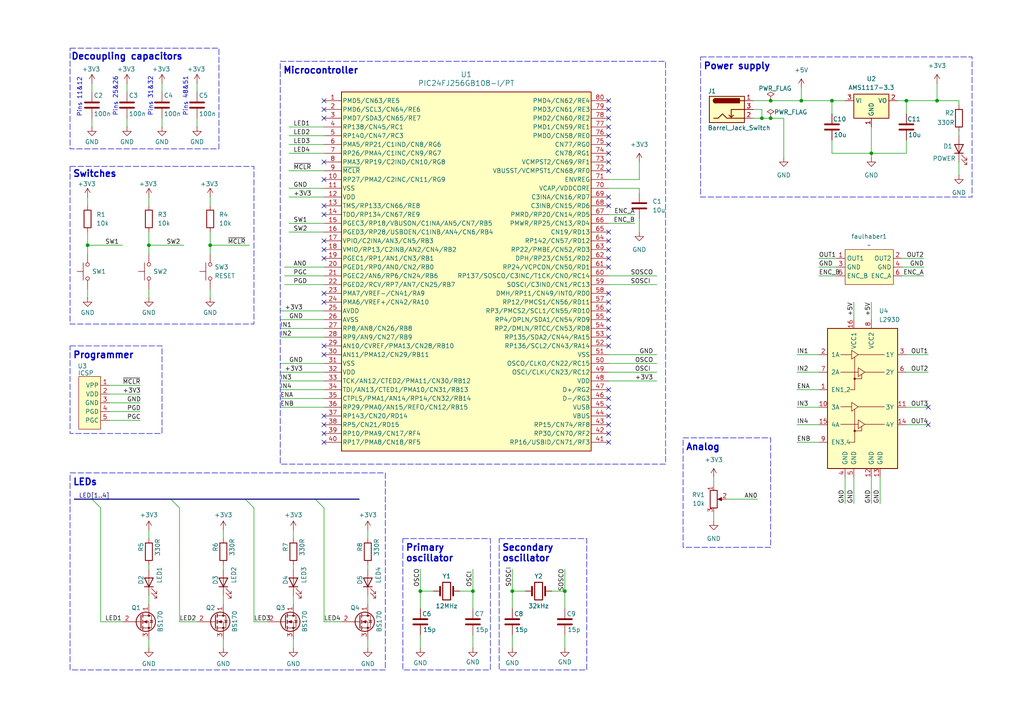
<source format=kicad_sch>
(kicad_sch (version 20231120) (generator "eeschema") (generator_version "8.0")
  (paper "A4")
  (lib_symbols
    (symbol "Connector:Barrel_Jack_Switch" (pin_names hide)
      (property "Reference" "J" (at 0 5.334 0))
      (property "Value" "Barrel_Jack_Switch" (at 0 -5.08 0))
      (symbol "Barrel_Jack_Switch_1_1"
        (pin passive line (at 7.62 2.54 180) (length 2.54) (name "~") (number "1"))
        (pin passive line (at 7.62 -2.54 180) (length 2.54) (name "~") (number "2"))
        (pin passive line (at 7.62 0 180) (length 2.54) (name "~") (number "3"))
      )
    )
    (symbol "Device:C" (pin_numbers hide) (pin_names (offset 0.254))
      (property "Reference" "C" (at 0.635 2.54 0))
      (property "Value" "C" (at 0.635 -2.54 0))
      (symbol "C_1_1"
        (pin passive line (at 0 3.81 270) (length 2.794) (name "~") (number "1"))
        (pin passive line (at 0 -3.81 90) (length 2.794) (name "~") (number "2"))
      )
    )
    (symbol "Device:Crystal" (pin_numbers hide) (pin_names (offset 1.016) hide)
      (property "Reference" "Y" (at 0 3.81 0))
      (property "Value" "Crystal" (at 0 -3.81 0))
      (symbol "Crystal_1_1"
        (pin passive line (at -3.81 0 0) (length 1.27) (name "1") (number "1"))
        (pin passive line (at 3.81 0 180) (length 1.27) (name "2") (number "2"))
      )
    )
    (symbol "Device:LED" (pin_numbers hide) (pin_names (offset 1.016) hide)
      (property "Reference" "D" (at 0 2.54 0))
      (property "Value" "LED" (at 0 -2.54 0))
      (symbol "LED_1_1"
        (pin passive line (at -3.81 0 0) (length 2.54) (name "K") (number "1"))
        (pin passive line (at 3.81 0 180) (length 2.54) (name "A") (number "2"))
      )
    )
    (symbol "Device:R" (pin_numbers hide) (pin_names (offset 0))
      (property "Reference" "R" (at 2.032 0 90))
      (property "Value" "R" (at 0 0 90))
      (symbol "R_1_1"
        (pin passive line (at 0 3.81 270) (length 1.27) (name "~") (number "1"))
        (pin passive line (at 0 -3.81 90) (length 1.27) (name "~") (number "2"))
      )
    )
    (symbol "Device:R_Potentiometer" (pin_names (offset 1.016) hide)
      (property "Reference" "RV" (at -4.445 0 90))
      (property "Value" "R_Potentiometer" (at -2.54 0 90))
      (symbol "R_Potentiometer_1_1"
        (pin passive line (at 0 3.81 270) (length 1.27) (name "1") (number "1"))
        (pin passive line (at 3.81 0 180) (length 1.27) (name "2") (number "2"))
        (pin passive line (at 0 -3.81 90) (length 1.27) (name "3") (number "3"))
      )
    )
    (symbol "Driver_Motor:L293D" (pin_names (offset 1.016))
      (property "Reference" "U" (at -5.08 26.035 0))
      (property "Value" "L293D" (at -5.08 24.13 0))
      (symbol "L293D_1_1"
        (pin input line (at -12.7 5.08 0) (length 2.54) (name "EN1,2") (number "1"))
        (pin input line (at -12.7 0 0) (length 2.54) (name "3A") (number "10"))
        (pin output line (at 12.7 0 180) (length 2.54) (name "3Y") (number "11"))
        (pin power_in line (at 2.54 -20.32 90) (length 2.54) (name "GND") (number "12"))
        (pin power_in line (at 5.08 -20.32 90) (length 2.54) (name "GND") (number "13"))
        (pin output line (at 12.7 -5.08 180) (length 2.54) (name "4Y") (number "14"))
        (pin input line (at -12.7 -5.08 0) (length 2.54) (name "4A") (number "15"))
        (pin power_in line (at -2.54 25.4 270) (length 2.54) (name "VCC1") (number "16"))
        (pin input line (at -12.7 15.24 0) (length 2.54) (name "1A") (number "2"))
        (pin output line (at 12.7 15.24 180) (length 2.54) (name "1Y") (number "3"))
        (pin power_in line (at -5.08 -20.32 90) (length 2.54) (name "GND") (number "4"))
        (pin power_in line (at -2.54 -20.32 90) (length 2.54) (name "GND") (number "5"))
        (pin output line (at 12.7 10.16 180) (length 2.54) (name "2Y") (number "6"))
        (pin input line (at -12.7 10.16 0) (length 2.54) (name "2A") (number "7"))
        (pin power_in line (at 2.54 25.4 270) (length 2.54) (name "VCC2") (number "8"))
        (pin input line (at -12.7 -10.16 0) (length 2.54) (name "EN3,4") (number "9"))
      )
    )
    (symbol "LAB:ICSP"
      (property "Reference" "U" (at -0.762 10.668 0))
      (property "Value" "ICSP" (at 0.762 8.636 0))
      (symbol "ICSP_1_1"
        (pin output line (at 7.62 5.08 180) (length 2.54) (name "VPP") (number "1"))
        (pin power_in line (at 7.62 2.54 180) (length 2.54) (name "VDD") (number "2"))
        (pin power_in line (at 7.62 0 180) (length 2.54) (name "GND") (number "3"))
        (pin bidirectional line (at 7.62 -2.54 180) (length 2.54) (name "PGD") (number "4"))
        (pin output line (at 7.62 -5.08 180) (length 2.54) (name "PGC") (number "5"))
      )
    )
    (symbol "LAB:PIC24FJ256GB108-I_PT" (pin_names (offset 0.254))
      (property "Reference" "U" (at 34.29 3.81 0))
      (property "Value" "PIC24FJ256GB108-I/PT" (at 36.322 1.27 0))
      (symbol "PIC24FJ256GB108-I_PT_0_1"
        (pin bidirectional line (at -5.08 -2.54 0) (length 5.08) (name "PMD5/CN63/RE5") (number "1"))
        (pin bidirectional line (at -5.08 -25.4 0) (length 5.08) (name "RP27/PMA2/C2INC/CN11/RG9") (number "10"))
        (pin power_in line (at -5.08 -27.94 0) (length 5.08) (name "VSS") (number "11"))
        (pin power_in line (at -5.08 -30.48 0) (length 5.08) (name "VDD") (number "12"))
        (pin bidirectional line (at -5.08 -33.02 0) (length 5.08) (name "TMS/RP133/CN66/RE8") (number "13"))
        (pin bidirectional line (at -5.08 -35.56 0) (length 5.08) (name "TDO/RP134/CN67/RE9") (number "14"))
        (pin bidirectional line (at -5.08 -38.1 0) (length 5.08) (name "PGEC3/RP18/VBUSON/C1INA/AN5/CN7/RB5") (number "15"))
        (pin bidirectional line (at -5.08 -40.64 0) (length 5.08) (name "PGED3/RP28/USBOEN/C1INB/AN4/CN6/RB4") (number "16"))
        (pin bidirectional line (at -5.08 -43.18 0) (length 5.08) (name "VPIO/C2INA/AN3/CN5/RB3") (number "17"))
        (pin bidirectional line (at -5.08 -45.72 0) (length 5.08) (name "VMIO/RP13/C2INB/AN2/CN4/RB2") (number "18"))
        (pin bidirectional line (at -5.08 -48.26 0) (length 5.08) (name "PGEC1/RP1/AN1/CN3/RB1") (number "19"))
        (pin bidirectional line (at -5.08 -5.08 0) (length 5.08) (name "PMD6/SCL3/CN64/RE6") (number "2"))
        (pin bidirectional line (at -5.08 -50.8 0) (length 5.08) (name "PGED1/RP0/AN0/CN2/RB0") (number "20"))
        (pin bidirectional line (at -5.08 -53.34 0) (length 5.08) (name "PGEC2/AN6/RP6/CN24/RB6") (number "21"))
        (pin bidirectional line (at -5.08 -58.42 0) (length 5.08) (name "PMA7/VREF-/CN41/RA9") (number "23"))
        (pin bidirectional line (at -5.08 -60.96 0) (length 5.08) (name "PMA6/VREF+/CN42/RA10") (number "24"))
        (pin power_in line (at -5.08 -63.5 0) (length 5.08) (name "AVDD") (number "25"))
        (pin power_in line (at -5.08 -66.04 0) (length 5.08) (name "AVSS") (number "26"))
        (pin bidirectional line (at -5.08 -68.58 0) (length 5.08) (name "RP8/AN8/CN26/RB8") (number "27"))
        (pin bidirectional line (at -5.08 -71.12 0) (length 5.08) (name "RP9/AN9/CN27/RB9") (number "28"))
        (pin bidirectional line (at -5.08 -73.66 0) (length 5.08) (name "AN10/CVREF/PMA13/CN28/RB10") (number "29"))
        (pin bidirectional line (at -5.08 -7.62 0) (length 5.08) (name "PMD7/SDA3/CN65/RE7") (number "3"))
        (pin bidirectional line (at -5.08 -76.2 0) (length 5.08) (name "AN11/PMA12/CN29/RB11") (number "30"))
        (pin power_in line (at -5.08 -78.74 0) (length 5.08) (name "VSS") (number "31"))
        (pin power_in line (at -5.08 -81.28 0) (length 5.08) (name "VDD") (number "32"))
        (pin bidirectional line (at -5.08 -83.82 0) (length 5.08) (name "TCK/AN12/CTED2/PMA11/CN30/RB12") (number "33"))
        (pin bidirectional line (at -5.08 -86.36 0) (length 5.08) (name "TDI/AN13/CTED1/PMA10/CN31/RB13") (number "34"))
        (pin bidirectional line (at -5.08 -88.9 0) (length 5.08) (name "CTPLS/PMA1/AN14/RP14/CN32/RB14") (number "35"))
        (pin bidirectional line (at -5.08 -91.44 0) (length 5.08) (name "RP29/PMA0/AN15/REFO/CN12/RB15") (number "36"))
        (pin bidirectional line (at -5.08 -93.98 0) (length 5.08) (name "RP143/CN20/RD14") (number "37"))
        (pin bidirectional line (at -5.08 -96.52 0) (length 5.08) (name "RP5/CN21/RD15") (number "38"))
        (pin bidirectional line (at -5.08 -99.06 0) (length 5.08) (name "RP10/PMA9/CN17/RF4") (number "39"))
        (pin bidirectional line (at -5.08 -10.16 0) (length 5.08) (name "RP138/CN45/RC1") (number "4"))
        (pin bidirectional line (at -5.08 -101.6 0) (length 5.08) (name "RP17/PMA8/CN18/RF5") (number "40"))
        (pin bidirectional line (at 77.47 -101.6 180) (length 5.08) (name "RP16/USBID/CN71/RF3") (number "41"))
        (pin bidirectional line (at 77.47 -99.06 180) (length 5.08) (name "RP30/CN70/RF2") (number "42"))
        (pin bidirectional line (at 77.47 -96.52 180) (length 5.08) (name "RP15/CN74/RF8") (number "43"))
        (pin bidirectional line (at 77.47 -88.9 180) (length 5.08) (name "D-/RG3") (number "46"))
        (pin bidirectional line (at 77.47 -86.36 180) (length 5.08) (name "D+/RG2") (number "47"))
        (pin power_in line (at 77.47 -83.82 180) (length 5.08) (name "VDD") (number "48"))
        (pin bidirectional line (at 77.47 -81.28 180) (length 5.08) (name "OSCI/CLKI/CN23/RC12") (number "49"))
        (pin bidirectional line (at -5.08 -12.7 0) (length 5.08) (name "RP140/CN47/RC3") (number "5"))
        (pin bidirectional line (at 77.47 -78.74 180) (length 5.08) (name "OSCO/CLKO/CN22/RC15") (number "50"))
        (pin power_in line (at 77.47 -76.2 180) (length 5.08) (name "VSS") (number "51"))
        (pin bidirectional line (at 77.47 -73.66 180) (length 5.08) (name "RP136/SCL2/CN43/RA14") (number "52"))
        (pin bidirectional line (at 77.47 -71.12 180) (length 5.08) (name "RP135/SDA2/CN44/RA15") (number "53"))
        (pin bidirectional line (at 77.47 -68.58 180) (length 5.08) (name "RP2/DMLN/RTCC/CN53/RD8") (number "54"))
        (pin bidirectional line (at 77.47 -66.04 180) (length 5.08) (name "RP4/DPLN/SDA1/CN54/RD9") (number "55"))
        (pin bidirectional line (at 77.47 -63.5 180) (length 5.08) (name "RP3/PMCS2/SCL1/CN55/RD10") (number "56"))
        (pin bidirectional line (at 77.47 -60.96 180) (length 5.08) (name "RP12/PMCS1/CN56/RD11") (number "57"))
        (pin bidirectional line (at 77.47 -58.42 180) (length 5.08) (name "DMH/RP11/CN49/INT0/RD0") (number "58"))
        (pin bidirectional line (at 77.47 -55.88 180) (length 5.08) (name "SOSCI/C3IND/CN1/RC13") (number "59"))
        (pin bidirectional line (at -5.08 -15.24 0) (length 5.08) (name "PMA5/RP21/C1IND/CN8/RG6") (number "6"))
        (pin bidirectional line (at 77.47 -53.34 180) (length 5.08) (name "RP137/SOSCO/C3INC/T1CK/CN0/RC14") (number "60"))
        (pin bidirectional line (at 77.47 -50.8 180) (length 5.08) (name "RP24/VCPCON/CN50/RD1") (number "61"))
        (pin bidirectional line (at 77.47 -48.26 180) (length 5.08) (name "DPH/RP23/CN51/RD2") (number "62"))
        (pin bidirectional line (at 77.47 -45.72 180) (length 5.08) (name "RP22/PMBE/CN52/RD3") (number "63"))
        (pin bidirectional line (at 77.47 -43.18 180) (length 5.08) (name "RP142/CN57/RD12") (number "64"))
        (pin bidirectional line (at 77.47 -40.64 180) (length 5.08) (name "CN19/RD13") (number "65"))
        (pin bidirectional line (at 77.47 -38.1 180) (length 5.08) (name "PMWR/RP25/CN13/RD4") (number "66"))
        (pin bidirectional line (at 77.47 -35.56 180) (length 5.08) (name "PMRD/RP20/CN14/RD5") (number "67"))
        (pin bidirectional line (at 77.47 -33.02 180) (length 5.08) (name "C3INB/CN15/RD6") (number "68"))
        (pin bidirectional line (at 77.47 -30.48 180) (length 5.08) (name "C3INA/CN16/RD7") (number "69"))
        (pin bidirectional line (at -5.08 -17.78 0) (length 5.08) (name "RP26/PMA4/C1INC/CN9/RG7") (number "7"))
        (pin input line (at 77.47 -25.4 180) (length 5.08) (name "ENVREG") (number "71"))
        (pin bidirectional line (at 77.47 -22.86 180) (length 5.08) (name "VBUSST/VCMPST1/CN68/RF0") (number "72"))
        (pin bidirectional line (at 77.47 -20.32 180) (length 5.08) (name "VCMPST2/CN69/RF1") (number "73"))
        (pin bidirectional line (at 77.47 -17.78 180) (length 5.08) (name "CN78/RG1") (number "74"))
        (pin bidirectional line (at 77.47 -15.24 180) (length 5.08) (name "CN77/RG0") (number "75"))
        (pin bidirectional line (at 77.47 -12.7 180) (length 5.08) (name "PMD0/CN58/RE0") (number "76"))
        (pin bidirectional line (at 77.47 -10.16 180) (length 5.08) (name "PMD1/CN59/RE1") (number "77"))
        (pin bidirectional line (at 77.47 -7.62 180) (length 5.08) (name "PMD2/CN60/RE2") (number "78"))
        (pin bidirectional line (at 77.47 -5.08 180) (length 5.08) (name "PMD3/CN61/RE3") (number "79"))
        (pin bidirectional line (at -5.08 -20.32 0) (length 5.08) (name "PMA3/RP19/C2IND/CN10/RG8") (number "8"))
      )
      (symbol "PIC24FJ256GB108-I_PT_1_1"
        (pin bidirectional line (at -5.08 -55.88 0) (length 5.08) (name "PGED2/RCV/RP7/AN7/CN25/RB7") (number "22"))
        (pin passive line (at 77.47 -93.98 180) (length 5.08) (name "VBUS") (number "44"))
        (pin passive line (at 77.47 -91.44 180) (length 5.08) (name "VUSB") (number "45"))
        (pin passive line (at 77.47 -27.94 180) (length 5.08) (name "VCAP/VDDCORE") (number "70"))
        (pin bidirectional line (at 77.47 -2.54 180) (length 5.08) (name "PMD4/CN62/RE4") (number "80"))
        (pin input line (at -5.08 -22.86 0) (length 5.08) (name "~{MCLR}") (number "9"))
      )
    )
    (symbol "Regulator_Linear:AMS1117-3.3"
      (property "Reference" "U" (at -3.81 3.175 0))
      (property "Value" "AMS1117-3.3" (at 0 3.175 0))
      (symbol "AMS1117-3.3_1_1"
        (pin power_in line (at 0 -7.62 90) (length 2.54) (name "GND") (number "1"))
        (pin power_out line (at 7.62 0 180) (length 2.54) (name "VO") (number "2"))
        (pin power_in line (at -7.62 0 0) (length 2.54) (name "VI") (number "3"))
      )
    )
    (symbol "Switch:SW_Push" (pin_numbers hide) (pin_names (offset 1.016) hide)
      (property "Reference" "SW" (at 1.27 2.54 0))
      (property "Value" "SW_Push" (at 0 -1.524 0))
      (symbol "SW_Push_0_1"
        (pin passive line (at -5.08 0 0) (length 2.54) (name "1") (number "1"))
        (pin passive line (at 5.08 0 180) (length 2.54) (name "2") (number "2"))
      )
    )
    (symbol "Transistor_FET:BS170" (pin_names hide)
      (property "Reference" "Q" (at 5.08 1.905 0))
      (property "Value" "BS170" (at 5.08 0 0))
      (symbol "BS170_1_1"
        (pin passive line (at 2.54 5.08 270) (length 2.54) (name "D") (number "1"))
        (pin input line (at -5.08 0 0) (length 2.54) (name "G") (number "2"))
        (pin passive line (at 2.54 -5.08 90) (length 2.54) (name "S") (number "3"))
      )
    )
    (symbol "power:+3V3" (power) (pin_numbers hide) (pin_names (offset 0) hide)
      (property "Value" "+3V3" (at 0 3.556 0))
      (symbol "+3V3_1_1"
        (pin power_in line (at 0 0 90) (length 0) (name "~") (number "1"))
      )
    )
    (symbol "power:+5V" (power) (pin_numbers hide) (pin_names (offset 0) hide)
      (property "Value" "+5V" (at 0 3.556 0))
      (symbol "+5V_1_1"
        (pin power_in line (at 0 0 90) (length 0) (name "~") (number "1"))
      )
    )
    (symbol "power:GND" (power) (pin_numbers hide) (pin_names (offset 0) hide)
      (property "Value" "GND" (at 0 -3.81 0))
      (symbol "GND_1_1"
        (pin power_in line (at 0 0 270) (length 0) (name "~") (number "1"))
      )
    )
    (symbol "power:PWR_FLAG" (power) (pin_numbers hide) (pin_names (offset 0) hide)
      (property "Value" "PWR_FLAG" (at 0 3.81 0))
      (symbol "PWR_FLAG_0_0"
        (pin power_out line (at 0 0 90) (length 0) (name "~") (number "1"))
      )
    )
    (symbol "uccc:FaulHaber"
      (property "Reference" "faulhaber" (at 0 -2.54 0))
      (symbol "FaulHaber_1_1"
        (pin input line (at -10.16 6.35 0) (length 2.54) (name "OUT1") (number "1"))
        (pin input line (at 8.89 6.35 180) (length 2.54) (name "OUT2") (number "2"))
        (pin input line (at -10.16 3.81 0) (length 2.54) (name "GND") (number "3"))
        (pin input line (at 8.89 3.81 180) (length 2.54) (name "GND") (number "4"))
        (pin input line (at -10.16 1.27 0) (length 2.54) (name "ENC_B") (number "5"))
        (pin input line (at 8.89 1.27 180) (length 2.54) (name "ENC_A") (number "6"))
      )
    )
  )
  (junction (at 148.59 171.45))
  (junction (at 262.89 29.21))
  (junction (at 43.18 71.12))
  (junction (at 25.4 71.12))
  (junction (at 137.16 171.45))
  (junction (at 241.3 29.21))
  (junction (at 163.83 171.45))
  (junction (at 121.92 171.45))
  (junction (at 232.41 29.21))
  (junction (at 252.73 44.45))
  (junction (at 271.78 29.21))
  (junction (at 60.96 71.12))
  (junction (at 223.52 29.21))
  (junction (at 223.52 34.29))
  (junction (at 220.98 34.29))
  (no_connect (at 176.53 39.37))
  (no_connect (at 176.53 90.17))
  (no_connect (at 176.53 100.33))
  (no_connect (at 176.53 41.91))
  (no_connect (at 176.53 128.27))
  (no_connect (at 176.53 67.31))
  (no_connect (at 176.53 59.69))
  (no_connect (at 176.53 46.99))
  (no_connect (at 176.53 34.29))
  (no_connect (at 176.53 97.79))
  (no_connect (at 176.53 44.45))
  (no_connect (at 93.98 87.63))
  (no_connect (at 176.53 95.25))
  (no_connect (at 176.53 57.15))
  (no_connect (at 269.24 123.19))
  (no_connect (at 176.53 85.09))
  (no_connect (at 93.98 72.39))
  (no_connect (at 93.98 52.07))
  (no_connect (at 176.53 123.19))
  (no_connect (at 93.98 62.23))
  (no_connect (at 93.98 85.09))
  (no_connect (at 93.98 59.69))
  (no_connect (at 176.53 87.63))
  (no_connect (at 176.53 120.65))
  (no_connect (at 176.53 74.93))
  (no_connect (at 93.98 100.33))
  (no_connect (at 176.53 31.75))
  (no_connect (at 269.24 118.11))
  (no_connect (at 176.53 125.73))
  (no_connect (at 176.53 69.85))
  (no_connect (at 93.98 102.87))
  (no_connect (at 93.98 46.99))
  (no_connect (at 93.98 69.85))
  (no_connect (at 176.53 72.39))
  (no_connect (at 176.53 49.53))
  (no_connect (at 176.53 29.21))
  (no_connect (at 93.98 128.27))
  (no_connect (at 93.98 29.21))
  (no_connect (at 93.98 74.93))
  (no_connect (at 93.98 123.19))
  (no_connect (at 176.53 36.83))
  (no_connect (at 176.53 113.03))
  (no_connect (at 176.53 92.71))
  (no_connect (at 176.53 77.47))
  (no_connect (at 93.98 34.29))
  (no_connect (at 93.98 120.65))
  (no_connect (at 176.53 118.11))
  (no_connect (at 93.98 125.73))
  (no_connect (at 176.53 115.57))
  (no_connect (at 93.98 31.75))
  (bus_entry (at 71.12 144.78) (size 2.54 2.54))
  (bus_entry (at 91.44 144.78) (size 2.54 2.54))
  (bus_entry (at 26.67 144.78) (size 2.54 2.54))
  (bus_entry (at 49.53 144.78) (size 2.54 2.54))
  (wire (pts (xy 261.62 77.47) (xy 267.97 77.47)))
  (wire (pts (xy 43.18 153.67) (xy 43.18 156.21)))
  (wire (pts (xy 232.41 29.21) (xy 241.3 29.21)))
  (wire (pts (xy 163.83 171.45) (xy 160.02 171.45)))
  (wire (pts (xy 81.28 110.49) (xy 93.98 110.49)))
  (wire (pts (xy 176.53 105.41) (xy 190.5 105.41)))
  (wire (pts (xy 218.44 31.75) (xy 220.98 31.75)))
  (wire (pts (xy 43.18 185.42) (xy 43.18 187.96)))
  (wire (pts (xy 262.89 40.64) (xy 262.89 44.45)))
  (wire (pts (xy 220.98 34.29) (xy 223.52 34.29)))
  (wire (pts (xy 231.14 107.95) (xy 237.49 107.95)))
  (wire (pts (xy 121.92 165.1) (xy 121.92 171.45)))
  (wire (pts (xy 148.59 184.15) (xy 148.59 187.96)))
  (wire (pts (xy 106.68 163.83) (xy 106.68 165.1)))
  (wire (pts (xy 231.14 118.11) (xy 237.49 118.11)))
  (wire (pts (xy 93.98 180.34) (xy 99.06 180.34)))
  (wire (pts (xy 64.77 172.72) (xy 64.77 175.26)))
  (wire (pts (xy 262.89 44.45) (xy 252.73 44.45)))
  (wire (pts (xy 26.67 24.13) (xy 26.67 26.67)))
  (wire (pts (xy 232.41 25.4) (xy 232.41 29.21)))
  (wire (pts (xy 176.53 107.95) (xy 190.5 107.95)))
  (wire (pts (xy 60.96 57.15) (xy 60.96 59.69)))
  (wire (pts (xy 43.18 172.72) (xy 43.18 175.26)))
  (wire (pts (xy 231.14 102.87) (xy 237.49 102.87)))
  (wire (pts (xy 83.82 64.77) (xy 93.98 64.77)))
  (wire (pts (xy 260.35 29.21) (xy 262.89 29.21)))
  (wire (pts (xy 137.16 184.15) (xy 137.16 187.96)))
  (wire (pts (xy 271.78 29.21) (xy 271.78 24.13)))
  (wire (pts (xy 43.18 71.12) (xy 53.34 71.12)))
  (wire (pts (xy 231.14 123.19) (xy 237.49 123.19)))
  (wire (pts (xy 93.98 147.32) (xy 93.98 180.34)))
  (wire (pts (xy 64.77 185.42) (xy 64.77 187.96)))
  (wire (pts (xy 81.28 113.03) (xy 93.98 113.03)))
  (wire (pts (xy 25.4 57.15) (xy 25.4 59.69)))
  (wire (pts (xy 83.82 49.53) (xy 93.98 49.53)))
  (wire (pts (xy 81.28 107.95) (xy 93.98 107.95)))
  (wire (pts (xy 64.77 153.67) (xy 64.77 156.21)))
  (wire (pts (xy 36.83 24.13) (xy 36.83 26.67)))
  (wire (pts (xy 247.65 87.63) (xy 247.65 92.71)))
  (wire (pts (xy 60.96 83.82) (xy 60.96 86.36)))
  (bus (pts (xy 26.67 144.78) (xy 49.53 144.78)))
  (wire (pts (xy 121.92 171.45) (xy 125.73 171.45)))
  (wire (pts (xy 185.42 54.61) (xy 185.42 55.88)))
  (wire (pts (xy 262.89 29.21) (xy 262.89 33.02)))
  (wire (pts (xy 148.59 165.1) (xy 148.59 171.45)))
  (wire (pts (xy 252.73 36.83) (xy 252.73 44.45)))
  (wire (pts (xy 43.18 163.83) (xy 43.18 165.1)))
  (wire (pts (xy 81.28 97.79) (xy 93.98 97.79)))
  (wire (pts (xy 176.53 82.55) (xy 190.5 82.55)))
  (wire (pts (xy 237.49 77.47) (xy 242.57 77.47)))
  (bus (pts (xy 21.59 144.78) (xy 26.67 144.78)))
  (wire (pts (xy 262.89 102.87) (xy 269.24 102.87)))
  (wire (pts (xy 25.4 71.12) (xy 35.56 71.12)))
  (wire (pts (xy 262.89 118.11) (xy 269.24 118.11)))
  (wire (pts (xy 25.4 67.31) (xy 25.4 71.12)))
  (wire (pts (xy 245.11 29.21) (xy 241.3 29.21)))
  (wire (pts (xy 83.82 41.91) (xy 93.98 41.91)))
  (wire (pts (xy 46.99 34.29) (xy 46.99 36.83)))
  (wire (pts (xy 81.28 115.57) (xy 93.98 115.57)))
  (wire (pts (xy 73.66 180.34) (xy 77.47 180.34)))
  (wire (pts (xy 43.18 83.82) (xy 43.18 86.36)))
  (wire (pts (xy 247.65 138.43) (xy 247.65 146.05)))
  (wire (pts (xy 223.52 29.21) (xy 232.41 29.21)))
  (wire (pts (xy 60.96 67.31) (xy 60.96 71.12)))
  (wire (pts (xy 81.28 92.71) (xy 93.98 92.71)))
  (wire (pts (xy 227.33 34.29) (xy 227.33 45.72)))
  (wire (pts (xy 60.96 71.12) (xy 72.39 71.12)))
  (wire (pts (xy 29.21 147.32) (xy 29.21 180.34)))
  (wire (pts (xy 25.4 71.12) (xy 25.4 73.66)))
  (wire (pts (xy 106.68 185.42) (xy 106.68 187.96)))
  (wire (pts (xy 83.82 44.45) (xy 93.98 44.45)))
  (bus (pts (xy 71.12 144.78) (xy 91.44 144.78)))
  (wire (pts (xy 207.01 148.59) (xy 207.01 151.13)))
  (wire (pts (xy 52.07 147.32) (xy 52.07 180.34)))
  (wire (pts (xy 83.82 36.83) (xy 93.98 36.83)))
  (wire (pts (xy 137.16 165.1) (xy 137.16 171.45)))
  (wire (pts (xy 106.68 172.72) (xy 106.68 175.26)))
  (wire (pts (xy 237.49 74.93) (xy 242.57 74.93)))
  (wire (pts (xy 220.98 31.75) (xy 220.98 34.29)))
  (wire (pts (xy 176.53 110.49) (xy 190.5 110.49)))
  (wire (pts (xy 85.09 153.67) (xy 85.09 156.21)))
  (wire (pts (xy 81.28 95.25) (xy 93.98 95.25)))
  (wire (pts (xy 121.92 184.15) (xy 121.92 187.96)))
  (wire (pts (xy 31.75 121.92) (xy 40.64 121.92)))
  (wire (pts (xy 278.13 29.21) (xy 278.13 30.48)))
  (wire (pts (xy 262.89 29.21) (xy 271.78 29.21)))
  (wire (pts (xy 210.82 144.78) (xy 219.71 144.78)))
  (wire (pts (xy 185.42 63.5) (xy 185.42 67.31)))
  (wire (pts (xy 261.62 80.01) (xy 267.97 80.01)))
  (wire (pts (xy 278.13 46.99) (xy 278.13 50.8)))
  (wire (pts (xy 85.09 185.42) (xy 85.09 187.96)))
  (wire (pts (xy 43.18 71.12) (xy 43.18 73.66)))
  (wire (pts (xy 64.77 163.83) (xy 64.77 165.1)))
  (wire (pts (xy 163.83 165.1) (xy 163.83 171.45)))
  (wire (pts (xy 218.44 29.21) (xy 223.52 29.21)))
  (wire (pts (xy 223.52 34.29) (xy 227.33 34.29)))
  (wire (pts (xy 271.78 29.21) (xy 278.13 29.21)))
  (wire (pts (xy 60.96 71.12) (xy 60.96 73.66)))
  (wire (pts (xy 176.53 80.01) (xy 190.5 80.01)))
  (wire (pts (xy 81.28 90.17) (xy 93.98 90.17)))
  (wire (pts (xy 26.67 34.29) (xy 26.67 36.83)))
  (wire (pts (xy 82.55 82.55) (xy 93.98 82.55)))
  (wire (pts (xy 262.89 123.19) (xy 269.24 123.19)))
  (wire (pts (xy 81.28 105.41) (xy 93.98 105.41)))
  (wire (pts (xy 185.42 46.99) (xy 185.42 52.07)))
  (wire (pts (xy 231.14 113.03) (xy 237.49 113.03)))
  (wire (pts (xy 29.21 180.34) (xy 35.56 180.34)))
  (wire (pts (xy 278.13 38.1) (xy 278.13 39.37)))
  (wire (pts (xy 25.4 83.82) (xy 25.4 86.36)))
  (wire (pts (xy 176.53 62.23) (xy 184.15 62.23)))
  (wire (pts (xy 137.16 176.53) (xy 137.16 171.45)))
  (wire (pts (xy 255.27 138.43) (xy 255.27 146.05)))
  (wire (pts (xy 83.82 67.31) (xy 93.98 67.31)))
  (wire (pts (xy 83.82 39.37) (xy 93.98 39.37)))
  (wire (pts (xy 262.89 107.95) (xy 269.24 107.95)))
  (wire (pts (xy 81.28 118.11) (xy 93.98 118.11)))
  (wire (pts (xy 148.59 171.45) (xy 152.4 171.45)))
  (wire (pts (xy 31.75 114.3) (xy 40.64 114.3)))
  (wire (pts (xy 121.92 176.53) (xy 121.92 171.45)))
  (wire (pts (xy 57.15 24.13) (xy 57.15 26.67)))
  (wire (pts (xy 73.66 147.32) (xy 73.66 180.34)))
  (wire (pts (xy 31.75 111.76) (xy 40.64 111.76)))
  (wire (pts (xy 133.35 171.45) (xy 137.16 171.45)))
  (wire (pts (xy 261.62 74.93) (xy 267.97 74.93)))
  (wire (pts (xy 241.3 44.45) (xy 252.73 44.45)))
  (wire (pts (xy 163.83 171.45) (xy 163.83 176.53)))
  (wire (pts (xy 252.73 138.43) (xy 252.73 146.05)))
  (wire (pts (xy 36.83 34.29) (xy 36.83 36.83)))
  (wire (pts (xy 218.44 34.29) (xy 220.98 34.29)))
  (wire (pts (xy 43.18 57.15) (xy 43.18 59.69)))
  (wire (pts (xy 148.59 171.45) (xy 148.59 176.53)))
  (wire (pts (xy 241.3 29.21) (xy 241.3 33.02)))
  (wire (pts (xy 207.01 138.43) (xy 207.01 140.97)))
  (wire (pts (xy 241.3 40.64) (xy 241.3 44.45)))
  (wire (pts (xy 252.73 87.63) (xy 252.73 92.71)))
  (wire (pts (xy 31.75 119.38) (xy 40.64 119.38)))
  (wire (pts (xy 106.68 153.67) (xy 106.68 156.21)))
  (wire (pts (xy 245.11 138.43) (xy 245.11 146.05)))
  (wire (pts (xy 176.53 102.87) (xy 190.5 102.87)))
  (wire (pts (xy 57.15 34.29) (xy 57.15 36.83)))
  (wire (pts (xy 85.09 172.72) (xy 85.09 175.26)))
  (wire (pts (xy 231.14 128.27) (xy 237.49 128.27)))
  (wire (pts (xy 176.53 64.77) (xy 184.15 64.77)))
  (wire (pts (xy 85.09 163.83) (xy 85.09 165.1)))
  (wire (pts (xy 31.75 116.84) (xy 40.64 116.84)))
  (wire (pts (xy 185.42 52.07) (xy 176.53 52.07)))
  (wire (pts (xy 43.18 67.31) (xy 43.18 71.12)))
  (wire (pts (xy 237.49 80.01) (xy 242.57 80.01)))
  (wire (pts (xy 46.99 24.13) (xy 46.99 26.67)))
  (bus (pts (xy 49.53 144.78) (xy 71.12 144.78)))
  (wire (pts (xy 82.55 80.01) (xy 93.98 80.01)))
  (wire (pts (xy 52.07 180.34) (xy 57.15 180.34)))
  (bus (pts (xy 91.44 144.78) (xy 104.14 144.78)))
  (wire (pts (xy 176.53 54.61) (xy 185.42 54.61)))
  (wire (pts (xy 252.73 44.45) (xy 252.73 45.72)))
  (wire (pts (xy 83.82 54.61) (xy 93.98 54.61)))
  (wire (pts (xy 82.55 77.47) (xy 93.98 77.47)))
  (wire (pts (xy 163.83 184.15) (xy 163.83 187.96)))
  (wire (pts (xy 83.82 57.15) (xy 93.98 57.15)))
  (rectangle (start 20.32 48.26) (end 73.66 93.98) (stroke (width 0) (type dash)))
  (rectangle (start 20.32 13.97) (end 63.5 43.18) (stroke (width 0) (type dash)))
  (rectangle (start 203.2 16.51) (end 281.94 57.15) (stroke (width 0) (type dash)))
  (rectangle (start 144.78 156.21) (end 170.18 194.31) (stroke (width 0) (type dash)))
  (rectangle (start 116.84 156.21) (end 142.24 194.31) (stroke (width 0) (type dash)))
  (rectangle (start 198.12 127) (end 223.52 158.75) (stroke (width 0) (type dash)))
  (rectangle (start 81.28 17.78) (end 193.04 134.62) (stroke (width 0) (type dash)))
  (rectangle (start 20.32 137.16) (end 111.76 194.31) (stroke (width 0) (type dash)))
  (rectangle (start 20.32 100.33) (end 46.99 125.73) (stroke (width 0) (type dash)))
  (text "Pins 31&32" (at 43.688 27.94 90) (effects (font (size 1.27 1.27))))
  (text "Pins 11&12" (at 23.114 28.194 90) (effects (font (size 1.27 1.27))))
  (text "Secondary\noscillator" (at 145.542 160.528 0) (effects (font (size 1.905 1.905) (thickness 0.381) (bold yes)) (justify left)))
  (text "Power supply" (at 203.962 19.304 0) (effects (font (size 1.905 1.905) (thickness 0.381) (bold yes)) (justify left)))
  (text "Pins 48&51" (at 53.848 27.94 90) (effects (font (size 1.27 1.27))))
  (text "Primary\noscillator" (at 117.602 160.528 0) (effects (font (size 1.905 1.905) (thickness 0.381) (bold yes)) (justify left)))
  (text "Pins 25&26" (at 33.528 27.94 90) (effects (font (size 1.27 1.27))))
  (text "Switches" (at 21.082 50.546 0) (effects (font (size 1.905 1.905) (thickness 0.381) (bold yes)) (justify left)))
  (text "Programmer" (at 21.082 103.124 0) (effects (font (size 1.905 1.905) (thickness 0.381) (bold yes)) (justify left)))
  (text "Analog" (at 198.882 129.794 0) (effects (font (size 1.905 1.905) (thickness 0.381) (bold yes)) (justify left)))
  (text "Decoupling capacitors" (at 36.83 16.51 0) (effects (font (size 1.905 1.905) (thickness 0.381) (bold yes))))
  (text "Microcontroller" (at 82.042 20.574 0) (effects (font (size 1.905 1.905) (thickness 0.381) (bold yes)) (justify left)))
  (text "LEDs" (at 21.082 139.954 0) (effects (font (size 1.905 1.905) (thickness 0.381) (bold yes)) (justify left)))
  (label "LED1" (at 85.09 36.83 0))
  (label "+3V3" (at 82.55 90.17 0))
  (label "ENC_B" (at 184.15 64.77 180))
  (label "OUT4" (at 269.24 123.19 180))
  (label "GND" (at 247.65 146.05 90))
  (label "SOSCI" (at 182.88 82.55 0))
  (label "OUT2" (at 267.97 74.93 180))
  (label "LED4" (at 85.09 44.45 0))
  (label "+3V3" (at 35.56 114.3 0))
  (label "LED4" (at 93.98 180.34 0))
  (label "GND" (at 185.42 102.87 0))
  (label "OSCI" (at 137.16 170.18 90))
  (label "GND" (at 83.82 105.41 0))
  (label "ENC_B" (at 237.49 80.01 0))
  (label "OUT1" (at 237.49 74.93 0))
  (label "LED1" (at 30.48 180.34 0))
  (label "OSCO" (at 184.15 105.41 0))
  (label "LED[1..4]" (at 22.86 144.78 0))
  (label "LED3" (at 85.09 41.91 0))
  (label "LED3" (at 73.66 180.34 0))
  (label "ENB" (at 231.14 128.27 0))
  (label "SOSCI" (at 148.59 170.18 90))
  (label "SOSCO" (at 182.88 80.01 0))
  (label "AN0" (at 85.09 77.47 0))
  (label "PGC" (at 85.09 80.01 0))
  (label "PGD" (at 36.83 119.38 0))
  (label "OUT2" (at 269.24 107.95 180))
  (label "ENC_A" (at 267.97 80.01 180))
  (label "ENC_A" (at 184.15 62.23 180))
  (label "+5V" (at 252.73 87.63 270))
  (label "GND" (at 83.82 92.71 0))
  (label "+3V3" (at 85.09 57.15 0))
  (label "IN4" (at 231.14 123.19 0))
  (label "AN0" (at 215.9 144.78 0))
  (label "SW1" (at 30.48 71.12 0))
  (label "+3V3" (at 184.15 110.49 0))
  (label "IN3" (at 231.14 118.11 0))
  (label "ENA" (at 231.14 113.03 0))
  (label "GND" (at 237.49 77.47 0))
  (label "PGC" (at 36.83 121.92 0))
  (label "SW1" (at 85.09 64.77 0))
  (label "IN4" (at 81.28 113.03 0))
  (label "IN3" (at 81.28 110.49 0))
  (label "GND" (at 267.97 77.47 180))
  (label "~{MCLR}" (at 35.56 111.76 0))
  (label "ENB" (at 81.28 118.11 0))
  (label "OUT3" (at 269.24 118.11 180))
  (label "PGD" (at 85.09 82.55 0))
  (label "GND" (at 36.83 116.84 0))
  (label "IN2" (at 231.14 107.95 0))
  (label "~{MCLR}" (at 85.09 49.53 0))
  (label "ENA" (at 81.28 115.57 0))
  (label "SW2" (at 85.09 67.31 0))
  (label "GND" (at 85.09 54.61 0))
  (label "IN2" (at 81.28 97.79 0))
  (label "SOSCO" (at 163.83 171.45 90))
  (label "GND" (at 255.27 146.05 90))
  (label "OUT1" (at 269.24 102.87 180))
  (label "LED2" (at 52.07 180.34 0))
  (label "LED2" (at 85.09 39.37 0))
  (label "GND" (at 245.11 146.05 90))
  (label "OSCI" (at 184.15 107.95 0))
  (label "GND" (at 252.73 146.05 90))
  (label "OSCO" (at 121.92 170.18 90))
  (label "+3V3" (at 82.55 107.95 0))
  (label "~{MCLR}" (at 66.04 71.12 0))
  (label "+5V" (at 247.65 87.63 270))
  (label "IN1" (at 231.14 102.87 0))
  (label "IN1" (at 81.28 95.25 0))
  (label "SW2" (at 48.26 71.12 0))
  (symbol (lib_id "power:+3V3") (at 64.77 153.67 0) (unit 1)
    (property "Reference" "#PWR028" (effects (hide yes)))
    (property "Value" "+3V3" (at 64.77 149.352 0))
    (property "Description" "Power symbol creates a global label with name \"+3V3\"" (effects (hide yes)))
  )
  (symbol (lib_id "power:GND") (at 25.4 86.36 0) (unit 1)
    (property "Reference" "#PWR012" (effects (hide yes)))
    (property "Value" "GND" (at 25.4 90.678 0))
    (property "Description" "Power symbol creates a global label with name \"GND\" , ground" (effects (hide yes)))
  )
  (symbol (lib_id "Device:C") (at 241.3 36.83 0) (unit 1)
    (property "Reference" "C10" (at 241.554 34.544 0) (effects (justify left)))
    (property "Value" "10u" (at 241.808 39.116 0) (effects (justify left)))
    (property "Footprint" "Capacitor_SMD:C_1206_3216Metric" (effects (hide yes)))
    (property "Description" "Unpolarized capacitor" (effects (hide yes)))
  )
  (symbol (lib_id "Transistor_FET:BS170") (at 40.64 180.34 0) (unit 1)
    (property "Reference" "Q1" (at 38.1 176.276 0) (effects (justify left)))
    (property "Value" "BS170" (at 46.482 183.388 90) (effects (justify left)))
    (property "Footprint" "Package_TO_SOT_THT:TO-92_Inline" (effects (hide yes)))
    (property "Datasheet" "https://www.onsemi.com/pub/Collateral/BS170-D.PDF" (effects (hide yes)))
    (property "Description" "0.5A Id, 60V Vds, N-Channel MOSFET, TO-92" (effects (hide yes)))
  )
  (symbol (lib_id "power:GND") (at 137.16 187.96 0) (unit 1)
    (property "Reference" "#PWR014" (effects (hide yes)))
    (property "Value" "GND" (at 137.16 192.024 0))
    (property "Description" "Power symbol creates a global label with name \"GND\" , ground" (effects (hide yes)))
  )
  (symbol (lib_id "power:+3V3") (at 25.4 57.15 0) (unit 1)
    (property "Reference" "#PWR011" (effects (hide yes)))
    (property "Value" "+3V3" (at 25.146 53.34 0))
    (property "Description" "Power symbol creates a global label with name \"+3V3\"" (effects (hide yes)))
  )
  (symbol (lib_id "Device:R") (at 64.77 160.02 0) (unit 1)
    (property "Reference" "R6" (at 62.484 160.02 90) (effects (justify left)))
    (property "Value" "330R" (at 67.31 161.2899 90) (effects (justify left)))
    (property "Footprint" "Resistor_SMD:R_0805_2012Metric" (effects (hide yes)))
    (property "Description" "Resistor" (effects (hide yes)))
  )
  (symbol (lib_id "Switch:SW_Push") (at 25.4 78.74 90) (unit 1)
    (property "Reference" "SW1" (at 26.67 78.74 90) (effects (justify right)))
    (property "Value" "SW1" (effects (hide yes)))
    (property "Footprint" "Button_Switch_THT:SW_PUSH_6mm_H4.3mm" (effects (hide yes)))
    (property "Description" "Push button switch, generic, two pins" (effects (hide yes)))
  )
  (symbol (lib_id "power:GND") (at 43.18 86.36 0) (unit 1)
    (property "Reference" "#PWR023" (effects (hide yes)))
    (property "Value" "GND" (at 43.18 90.678 0))
    (property "Description" "Power symbol creates a global label with name \"GND\" , ground" (effects (hide yes)))
  )
  (symbol (lib_id "power:+3V3") (at 60.96 57.15 0) (unit 1)
    (property "Reference" "#PWR024" (effects (hide yes)))
    (property "Value" "+3V3" (at 60.706 53.34 0))
    (property "Description" "Power symbol creates a global label with name \"+3V3\"" (effects (hide yes)))
  )
  (symbol (lib_id "power:GND") (at 278.13 50.8 0) (unit 1)
    (property "Reference" "#PWR021" (effects (hide yes)))
    (property "Value" "GND" (at 278.13 55.88 0))
    (property "Description" "Power symbol creates a global label with name \"GND\" , ground" (effects (hide yes)))
  )
  (symbol (lib_id "Regulator_Linear:AMS1117-3.3") (at 252.73 29.21 0) (unit 1)
    (property "Reference" "U2" (at 252.73 22.86 0))
    (property "Value" "AMS1117-3.3" (at 252.73 25.4 0))
    (property "Footprint" "Package_TO_SOT_SMD:SOT-223-3_TabPin2" (effects (hide yes)))
    (property "Datasheet" "http://www.advanced-monolithic.com/pdf/ds1117.pdf" (effects (hide yes)))
    (property "Description" "1A Low Dropout regulator, positive, 3.3V fixed output, SOT-223" (effects (hide yes)))
  )
  (symbol (lib_id "power:GND") (at 106.68 187.96 0) (unit 1)
    (property "Reference" "#PWR033" (effects (hide yes)))
    (property "Value" "GND" (at 106.68 192.532 0))
    (property "Description" "Power symbol creates a global label with name \"GND\" , ground" (effects (hide yes)))
  )
  (symbol (lib_id "power:+3V3") (at 85.09 153.67 0) (unit 1)
    (property "Reference" "#PWR030" (effects (hide yes)))
    (property "Value" "+3V3" (at 85.09 149.352 0))
    (property "Description" "Power symbol creates a global label with name \"+3V3\"" (effects (hide yes)))
  )
  (symbol (lib_id "power:+3V3") (at 43.18 57.15 0) (unit 1)
    (property "Reference" "#PWR022" (effects (hide yes)))
    (property "Value" "+3V3" (at 42.926 53.34 0))
    (property "Description" "Power symbol creates a global label with name \"+3V3\"" (effects (hide yes)))
  )
  (symbol (lib_id "Device:C") (at 36.83 30.48 0) (unit 1)
    (property "Reference" "C3" (at 37.338 27.686 0) (effects (justify left)))
    (property "Value" "100n" (at 37.338 33.02 0) (effects (justify left)))
    (property "Footprint" "Capacitor_SMD:C_0805_2012Metric" (effects (hide yes)))
    (property "Description" "Unpolarized capacitor" (effects (hide yes)))
  )
  (symbol (lib_id "Device:C") (at 26.67 30.48 0) (unit 1)
    (property "Reference" "C2" (at 27.178 27.686 0) (effects (justify left)))
    (property "Value" "100n" (at 27.178 33.02 0) (effects (justify left)))
    (property "Footprint" "Capacitor_SMD:C_0805_2012Metric" (effects (hide yes)))
    (property "Description" "Unpolarized capacitor" (effects (hide yes)))
  )
  (symbol (lib_id "Driver_Motor:L293D") (at 250.19 118.11 0) (unit 1)
    (property "Reference" "U4" (at 254.9241 90.17 0) (effects (justify left)))
    (property "Value" "L293D" (at 254.9241 92.71 0) (effects (justify left)))
    (property "Footprint" "Package_DIP:DIP-16_W7.62mm" (effects (hide yes)))
    (property "Datasheet" "http://www.ti.com/lit/ds/symlink/l293.pdf" (effects (hide yes)))
    (property "Description" "Quadruple Half-H Drivers" (effects (hide yes)))
  )
  (symbol (lib_id "power:GND") (at 57.15 36.83 0) (unit 1)
    (property "Reference" "#PWR010" (effects (hide yes)))
    (property "Value" "GND" (at 57.15 41.148 0))
    (property "Description" "Power symbol creates a global label with name \"GND\" , ground" (effects (hide yes)))
  )
  (symbol (lib_id "Device:LED") (at 278.13 43.18 90) (unit 1)
    (property "Reference" "D1" (at 273.558 42.418 90) (effects (justify right)))
    (property "Value" "POWER" (at 270.51 45.974 90) (effects (justify right)))
    (property "Footprint" "LED_THT:LED_D5.0mm" (effects (hide yes)))
    (property "Description" "Light emitting diode" (effects (hide yes)))
  )
  (symbol (lib_id "power:GND") (at 227.33 45.72 0) (unit 1)
    (property "Reference" "#PWR020" (effects (hide yes)))
    (property "Value" "GND" (at 227.33 50.8 0))
    (property "Description" "Power symbol creates a global label with name \"GND\" , ground" (effects (hide yes)))
  )
  (symbol (lib_id "Device:R") (at 85.09 160.02 0) (unit 1)
    (property "Reference" "R7" (at 82.804 160.02 90) (effects (justify left)))
    (property "Value" "330R" (at 87.63 161.2899 90) (effects (justify left)))
    (property "Footprint" "Resistor_SMD:R_0805_2012Metric" (effects (hide yes)))
    (property "Description" "Resistor" (effects (hide yes)))
  )
  (symbol (lib_id "power:+3V3") (at 207.01 138.43 0) (unit 1)
    (property "Reference" "#PWR034" (effects (hide yes)))
    (property "Value" "+3V3" (at 207.01 133.35 0))
    (property "Description" "Power symbol creates a global label with name \"+3V3\"" (effects (hide yes)))
  )
  (symbol (lib_id "Device:R") (at 43.18 63.5 0) (unit 1)
    (property "Reference" "R3" (at 45.72 62.2299 0) (effects (justify left)))
    (property "Value" "10k" (at 45.72 64.7699 0) (effects (justify left)))
    (property "Footprint" "Resistor_SMD:R_0805_2012Metric" (effects (hide yes)))
    (property "Description" "Resistor" (effects (hide yes)))
  )
  (symbol (lib_id "Device:R") (at 106.68 160.02 0) (unit 1)
    (property "Reference" "R8" (at 104.394 160.02 90) (effects (justify left)))
    (property "Value" "330R" (at 109.22 161.2899 90) (effects (justify left)))
    (property "Footprint" "Resistor_SMD:R_0805_2012Metric" (effects (hide yes)))
    (property "Description" "Resistor" (effects (hide yes)))
  )
  (symbol (lib_id "Device:R") (at 278.13 34.29 0) (unit 1)
    (property "Reference" "R2" (at 274.066 32.766 0) (effects (justify left)))
    (property "Value" "330R" (at 271.78 35.56 0) (effects (justify left)))
    (property "Footprint" "Resistor_SMD:R_0805_2012Metric" (effects (hide yes)))
    (property "Description" "Resistor" (effects (hide yes)))
  )
  (symbol (lib_id "power:GND") (at 64.77 187.96 0) (unit 1)
    (property "Reference" "#PWR029" (effects (hide yes)))
    (property "Value" "GND" (at 64.77 192.532 0))
    (property "Description" "Power symbol creates a global label with name \"GND\" , ground" (effects (hide yes)))
  )
  (symbol (lib_id "Switch:SW_Push") (at 60.96 78.74 90) (unit 1)
    (property "Reference" "SW3" (at 62.23 77.4699 90) (effects (justify right)))
    (property "Value" "RESET" (at 62.23 80.0099 90) (effects (justify right)))
    (property "Footprint" "Button_Switch_THT:SW_PUSH_6mm_H4.3mm" (effects (hide yes)))
    (property "Description" "Push button switch, generic, two pins" (effects (hide yes)))
  )
  (symbol (lib_id "power:GND") (at 26.67 36.83 0) (unit 1)
    (property "Reference" "#PWR03" (effects (hide yes)))
    (property "Value" "GND" (at 26.67 41.148 0))
    (property "Description" "Power symbol creates a global label with name \"GND\" , ground" (effects (hide yes)))
  )
  (symbol (lib_id "power:GND") (at 46.99 36.83 0) (unit 1)
    (property "Reference" "#PWR08" (effects (hide yes)))
    (property "Value" "GND" (at 46.99 41.148 0))
    (property "Description" "Power symbol creates a global label with name \"GND\" , ground" (effects (hide yes)))
  )
  (symbol (lib_id "power:GND") (at 185.42 67.31 0) (unit 1)
    (property "Reference" "#PWR02" (effects (hide yes)))
    (property "Value" "GND" (at 185.42 72.39 0))
    (property "Description" "Power symbol creates a global label with name \"GND\" , ground" (effects (hide yes)))
  )
  (symbol (lib_id "power:GND") (at 207.01 151.13 0) (unit 1)
    (property "Reference" "#PWR035" (effects (hide yes)))
    (property "Value" "GND" (at 207.01 156.21 0))
    (property "Description" "Power symbol creates a global label with name \"GND\" , ground" (effects (hide yes)))
  )
  (symbol (lib_id "LAB:ICSP") (at 24.13 116.84 0) (unit 1)
    (property "Reference" "U3" (at 23.876 106.172 0))
    (property "Value" "ICSP" (at 24.892 108.204 0))
    (property "Footprint" "LAB:ICSP" (effects (hide yes)))
  )
  (symbol (lib_id "power:GND") (at 36.83 36.83 0) (unit 1)
    (property "Reference" "#PWR06" (effects (hide yes)))
    (property "Value" "GND" (at 36.83 41.148 0))
    (property "Description" "Power symbol creates a global label with name \"GND\" , ground" (effects (hide yes)))
  )
  (symbol (lib_id "power:GND") (at 60.96 86.36 0) (unit 1)
    (property "Reference" "#PWR025" (effects (hide yes)))
    (property "Value" "GND" (at 60.96 90.678 0))
    (property "Description" "Power symbol creates a global label with name \"GND\" , ground" (effects (hide yes)))
  )
  (symbol (lib_id "power:+3V3") (at 36.83 24.13 0) (unit 1)
    (property "Reference" "#PWR05" (effects (hide yes)))
    (property "Value" "+3V3" (at 36.576 20.066 0))
    (property "Description" "Power symbol creates a global label with name \"+3V3\"" (effects (hide yes)))
  )
  (symbol (lib_id "Device:C") (at 262.89 36.83 0) (unit 1)
    (property "Reference" "C11" (at 263.144 34.544 0) (effects (justify left)))
    (property "Value" "10u" (at 263.398 39.116 0) (effects (justify left)))
    (property "Footprint" "Capacitor_SMD:C_1206_3216Metric" (effects (hide yes)))
    (property "Description" "Unpolarized capacitor" (effects (hide yes)))
  )
  (symbol (lib_id "power:+3V3") (at 46.99 24.13 0) (unit 1)
    (property "Reference" "#PWR07" (effects (hide yes)))
    (property "Value" "+3V3" (at 46.736 20.066 0))
    (property "Description" "Power symbol creates a global label with name \"+3V3\"" (effects (hide yes)))
  )
  (symbol (lib_id "Device:LED") (at 43.18 168.91 90) (unit 1)
    (property "Reference" "D2" (at 40.894 166.878 0) (effects (justify right)))
    (property "Value" "LED1" (at 46.228 164.338 0) (effects (justify right)))
    (property "Footprint" "LED_THT:LED_D5.0mm" (effects (hide yes)))
    (property "Description" "Light emitting diode" (effects (hide yes)))
  )
  (symbol (lib_id "Device:C") (at 148.59 180.34 0) (unit 1)
    (property "Reference" "C8" (at 149.098 178.054 0) (effects (justify left)))
    (property "Value" "15p" (at 149.352 182.626 0) (effects (justify left)))
    (property "Footprint" "Capacitor_SMD:C_0805_2012Metric" (effects (hide yes)))
    (property "Description" "Unpolarized capacitor" (effects (hide yes)))
  )
  (symbol (lib_id "Device:C") (at 121.92 180.34 0) (unit 1)
    (property "Reference" "C6" (at 122.428 178.054 0) (effects (justify left)))
    (property "Value" "15p" (at 122.682 182.626 0) (effects (justify left)))
    (property "Footprint" "Capacitor_SMD:C_0805_2012Metric" (effects (hide yes)))
    (property "Description" "Unpolarized capacitor" (effects (hide yes)))
  )
  (symbol (lib_id "power:+3V3") (at 185.42 46.99 0) (unit 1)
    (property "Reference" "#PWR01" (effects (hide yes)))
    (property "Value" "+3V3" (at 185.42 41.91 0))
    (property "Description" "Power symbol creates a global label with name \"+3V3\"" (effects (hide yes)))
  )
  (symbol (lib_id "Switch:SW_Push") (at 43.18 78.74 90) (unit 1)
    (property "Reference" "SW2" (at 44.45 78.74 90) (effects (justify right)))
    (property "Value" "SW2" (effects (hide yes)))
    (property "Footprint" "Button_Switch_THT:SW_PUSH_6mm_H4.3mm" (effects (hide yes)))
    (property "Description" "Push button switch, generic, two pins" (effects (hide yes)))
  )
  (symbol (lib_id "Device:R") (at 43.18 160.02 0) (unit 1)
    (property "Reference" "R5" (at 40.894 160.02 90) (effects (justify left)))
    (property "Value" "330R" (at 45.72 161.2899 90) (effects (justify left)))
    (property "Footprint" "Resistor_SMD:R_0805_2012Metric" (effects (hide yes)))
    (property "Description" "Resistor" (effects (hide yes)))
  )
  (symbol (lib_id "power:GND") (at 121.92 187.96 0) (unit 1)
    (property "Reference" "#PWR013" (effects (hide yes)))
    (property "Value" "GND" (at 121.92 192.278 0))
    (property "Description" "Power symbol creates a global label with name \"GND\" , ground" (effects (hide yes)))
  )
  (symbol (lib_id "power:GND") (at 85.09 187.96 0) (unit 1)
    (property "Reference" "#PWR031" (effects (hide yes)))
    (property "Value" "GND" (at 85.09 192.532 0))
    (property "Description" "Power symbol creates a global label with name \"GND\" , ground" (effects (hide yes)))
  )
  (symbol (lib_id "Device:LED") (at 106.68 168.91 90) (unit 1)
    (property "Reference" "D5" (at 104.394 166.878 0) (effects (justify right)))
    (property "Value" "LED4" (at 109.728 164.338 0) (effects (justify right)))
    (property "Footprint" "LED_THT:LED_D5.0mm" (effects (hide yes)))
    (property "Description" "Light emitting diode" (effects (hide yes)))
  )
  (symbol (lib_id "power:GND") (at 43.18 187.96 0) (unit 1)
    (property "Reference" "#PWR027" (effects (hide yes)))
    (property "Value" "GND" (at 43.18 192.532 0))
    (property "Description" "Power symbol creates a global label with name \"GND\" , ground" (effects (hide yes)))
  )
  (symbol (lib_id "power:+3V3") (at 106.68 153.67 0) (unit 1)
    (property "Reference" "#PWR032" (effects (hide yes)))
    (property "Value" "+3V3" (at 106.68 149.352 0))
    (property "Description" "Power symbol creates a global label with name \"+3V3\"" (effects (hide yes)))
  )
  (symbol (lib_id "Device:R") (at 60.96 63.5 0) (unit 1)
    (property "Reference" "R4" (at 63.5 62.2299 0) (effects (justify left)))
    (property "Value" "10k" (at 63.5 64.7699 0) (effects (justify left)))
    (property "Footprint" "Resistor_SMD:R_0805_2012Metric" (effects (hide yes)))
    (property "Description" "Resistor" (effects (hide yes)))
  )
  (symbol (lib_id "Transistor_FET:BS170") (at 104.14 180.34 0) (unit 1)
    (property "Reference" "Q4" (at 101.6 176.276 0) (effects (justify left)))
    (property "Value" "BS170" (at 109.982 183.388 90) (effects (justify left)))
    (property "Footprint" "Package_TO_SOT_THT:TO-92_Inline" (effects (hide yes)))
    (property "Datasheet" "https://www.onsemi.com/pub/Collateral/BS170-D.PDF" (effects (hide yes)))
    (property "Description" "0.5A Id, 60V Vds, N-Channel MOSFET, TO-92" (effects (hide yes)))
  )
  (symbol (lib_id "Transistor_FET:BS170") (at 82.55 180.34 0) (unit 1)
    (property "Reference" "Q3" (at 80.01 176.276 0) (effects (justify left)))
    (property "Value" "BS170" (at 88.392 183.388 90) (effects (justify left)))
    (property "Footprint" "Package_TO_SOT_THT:TO-92_Inline" (effects (hide yes)))
    (property "Datasheet" "https://www.onsemi.com/pub/Collateral/BS170-D.PDF" (effects (hide yes)))
    (property "Description" "0.5A Id, 60V Vds, N-Channel MOSFET, TO-92" (effects (hide yes)))
  )
  (symbol (lib_id "Device:C") (at 57.15 30.48 0) (unit 1)
    (property "Reference" "C5" (at 57.658 27.686 0) (effects (justify left)))
    (property "Value" "100n" (at 57.658 33.02 0) (effects (justify left)))
    (property "Footprint" "Capacitor_SMD:C_0805_2012Metric" (effects (hide yes)))
    (property "Description" "Unpolarized capacitor" (effects (hide yes)))
  )
  (symbol (lib_id "power:+3V3") (at 26.67 24.13 0) (unit 1)
    (property "Reference" "#PWR04" (effects (hide yes)))
    (property "Value" "+3V3" (at 26.416 20.066 0))
    (property "Description" "Power symbol creates a global label with name \"+3V3\"" (effects (hide yes)))
  )
  (symbol (lib_id "uccc:FaulHaber") (at 252.73 81.28 0) (unit 1)
    (property "Reference" "faulhaber1" (at 252.095 68.58 0))
    (property "Value" "~" (at 252.095 71.12 0))
    (property "Footprint" "Connector_PinHeader_2.54mm:PinHeader_2x03_P2.54mm_Vertical_SMD" (effects (hide yes)))
  )
  (symbol (lib_id "power:GND") (at 148.59 187.96 0) (unit 1)
    (property "Reference" "#PWR015" (effects (hide yes)))
    (property "Value" "GND" (at 148.59 192.278 0))
    (property "Description" "Power symbol creates a global label with name \"GND\" , ground" (effects (hide yes)))
  )
  (symbol (lib_id "Device:C") (at 163.83 180.34 0) (unit 1)
    (property "Reference" "C9" (at 164.338 178.054 0) (effects (justify left)))
    (property "Value" "15p" (at 164.592 182.626 0) (effects (justify left)))
    (property "Footprint" "Capacitor_SMD:C_0805_2012Metric" (effects (hide yes)))
    (property "Description" "Unpolarized capacitor" (effects (hide yes)))
  )
  (symbol (lib_id "Connector:Barrel_Jack_Switch") (at 210.82 31.75 0) (unit 1)
    (property "Reference" "J1" (at 206.502 26.416 0))
    (property "Value" "Barrel_Jack_Switch" (at 214.376 37.084 0))
    (property "Footprint" "Connector_BarrelJack:BarrelJack_Horizontal" (effects (hide yes)))
    (property "Description" "DC Barrel Jack with an internal switch" (effects (hide yes)))
  )
  (symbol (lib_id "Device:C") (at 185.42 59.69 0) (unit 1)
    (property "Reference" "C1" (at 189.23 58.4199 0) (effects (justify left)))
    (property "Value" "10u" (at 189.23 60.9599 0) (effects (justify left)))
    (property "Footprint" "Capacitor_SMD:C_1206_3216Metric" (effects (hide yes)))
    (property "Description" "Unpolarized capacitor" (effects (hide yes)))
  )
  (symbol (lib_id "Device:R_Potentiometer") (at 207.01 144.78 0) (unit 1)
    (property "Reference" "RV1" (at 204.47 143.5099 0) (effects (justify right)))
    (property "Value" "10k" (at 204.47 146.0499 0) (effects (justify right)))
    (property "Footprint" "Potentiometer_THT:Potentiometer_Bourns_3005_Horizontal" (effects (hide yes)))
    (property "Description" "Potentiometer" (effects (hide yes)))
  )
  (symbol (lib_id "Device:C") (at 46.99 30.48 0) (unit 1)
    (property "Reference" "C4" (at 47.498 27.686 0) (effects (justify left)))
    (property "Value" "100n" (at 47.498 33.02 0) (effects (justify left)))
    (property "Footprint" "Capacitor_SMD:C_0805_2012Metric" (effects (hide yes)))
    (property "Description" "Unpolarized capacitor" (effects (hide yes)))
  )
  (symbol (lib_id "Device:C") (at 137.16 180.34 0) (unit 1)
    (property "Reference" "C7" (at 137.668 178.054 0) (effects (justify left)))
    (property "Value" "15p" (at 137.922 182.626 0) (effects (justify left)))
    (property "Footprint" "Capacitor_SMD:C_0805_2012Metric" (effects (hide yes)))
    (property "Description" "Unpolarized capacitor" (effects (hide yes)))
  )
  (symbol (lib_id "power:+3V3") (at 43.18 153.67 0) (unit 1)
    (property "Reference" "#PWR026" (effects (hide yes)))
    (property "Value" "+3V3" (at 43.18 149.352 0))
    (property "Description" "Power symbol creates a global label with name \"+3V3\"" (effects (hide yes)))
  )
  (symbol (lib_id "Transistor_FET:BS170") (at 62.23 180.34 0) (unit 1)
    (property "Reference" "Q2" (at 59.69 176.276 0) (effects (justify left)))
    (property "Value" "BS170" (at 68.072 183.388 90) (effects (justify left)))
    (property "Footprint" "Package_TO_SOT_THT:TO-92_Inline" (effects (hide yes)))
    (property "Datasheet" "https://www.onsemi.com/pub/Collateral/BS170-D.PDF" (effects (hide yes)))
    (property "Description" "0.5A Id, 60V Vds, N-Channel MOSFET, TO-92" (effects (hide yes)))
  )
  (symbol (lib_id "power:PWR_FLAG") (at 223.52 29.21 0) (unit 1)
    (property "Reference" "#FLG01" (effects (hide yes)))
    (property "Value" "PWR_FLAG" (at 224.79 25.654 0))
    (property "Description" "Special symbol for telling ERC where power comes from" (effects (hide yes)))
  )
  (symbol (lib_id "power:GND") (at 252.73 45.72 0) (unit 1)
    (property "Reference" "#PWR017" (effects (hide yes)))
    (property "Value" "GND" (at 252.73 50.8 0))
    (property "Description" "Power symbol creates a global label with name \"GND\" , ground" (effects (hide yes)))
  )
  (symbol (lib_id "power:GND") (at 163.83 187.96 0) (unit 1)
    (property "Reference" "#PWR016" (effects (hide yes)))
    (property "Value" "GND" (at 163.83 192.024 0))
    (property "Description" "Power symbol creates a global label with name \"GND\" , ground" (effects (hide yes)))
  )
  (symbol (lib_id "Device:Crystal") (at 156.21 171.45 0) (unit 1)
    (property "Reference" "Y2" (at 156.21 167.132 0))
    (property "Value" "32kHz" (at 156.21 175.768 0))
    (property "Footprint" "Crystal:Crystal_C38-LF_D3.0mm_L8.0mm_Horizontal" (effects (hide yes)))
    (property "Description" "Two pin crystal" (effects (hide yes)))
  )
  (symbol (lib_id "Device:LED") (at 85.09 168.91 90) (unit 1)
    (property "Reference" "D4" (at 82.804 166.878 0) (effects (justify right)))
    (property "Value" "LED3" (at 88.138 164.338 0) (effects (justify right)))
    (property "Footprint" "LED_THT:LED_D5.0mm" (effects (hide yes)))
    (property "Description" "Light emitting diode" (effects (hide yes)))
  )
  (symbol (lib_id "power:+3V3") (at 57.15 24.13 0) (unit 1)
    (property "Reference" "#PWR09" (effects (hide yes)))
    (property "Value" "+3V3" (at 56.896 20.066 0))
    (property "Description" "Power symbol creates a global label with name \"+3V3\"" (effects (hide yes)))
  )
  (symbol (lib_id "Device:R") (at 25.4 63.5 0) (unit 1)
    (property "Reference" "R1" (at 27.94 62.2299 0) (effects (justify left)))
    (property "Value" "10k" (at 27.94 64.7699 0) (effects (justify left)))
    (property "Footprint" "Resistor_SMD:R_0805_2012Metric" (effects (hide yes)))
    (property "Description" "Resistor" (effects (hide yes)))
  )
  (symbol (lib_id "Device:Crystal") (at 129.54 171.45 0) (unit 1)
    (property "Reference" "Y1" (at 129.54 167.132 0))
    (property "Value" "12MHz" (at 129.54 175.768 0))
    (property "Footprint" "Crystal:Crystal_HC49-4H_Vertical" (effects (hide yes)))
    (property "Description" "Two pin crystal" (effects (hide yes)))
  )
  (symbol (lib_id "LAB:PIC24FJ256GB108-I_PT") (at 99.06 26.67 0) (unit 1)
    (property "Reference" "U1" (at 135.255 21.59 0) (effects (font (size 1.524 1.524))))
    (property "Value" "PIC24FJ256GB108-I/PT" (at 135.255 24.13 0) (effects (font (size 1.524 1.524))))
    (property "Footprint" "Package_QFP:TQFP-80_12x12mm_P0.5mm" (effects (hide yes)))
    (property "Datasheet" "https://ww1.microchip.com/downloads/aemDocuments/documents/OTH/ProductDocuments/DataSheets/39897c.pdf" (effects (hide yes)))
  )
  (symbol (lib_id "power:+3V3") (at 271.78 24.13 0) (unit 1)
    (property "Reference" "#PWR019" (effects (hide yes)))
    (property "Value" "+3V3" (at 271.78 19.05 0))
    (property "Description" "Power symbol creates a global label with name \"+3V3\"" (effects (hide yes)))
  )
  (symbol (lib_id "power:PWR_FLAG") (at 223.52 34.29 0) (unit 1)
    (property "Reference" "#FLG02" (effects (hide yes)))
    (property "Value" "PWR_FLAG" (at 229.362 32.512 0))
    (property "Description" "Special symbol for telling ERC where power comes from" (effects (hide yes)))
  )
  (symbol (lib_id "Device:LED") (at 64.77 168.91 90) (unit 1)
    (property "Reference" "D3" (at 62.484 166.878 0) (effects (justify right)))
    (property "Value" "LED2" (at 67.818 164.338 0) (effects (justify right)))
    (property "Footprint" "LED_THT:LED_D5.0mm" (effects (hide yes)))
    (property "Description" "Light emitting diode" (effects (hide yes)))
  )
  (symbol (lib_id "power:+5V") (at 232.41 25.4 0) (unit 1)
    (property "Reference" "#PWR018" (effects (hide yes)))
    (property "Value" "+5V" (at 232.41 20.32 0))
    (property "Description" "Power symbol creates a global label with name \"+5V\"" (effects (hide yes)))
  )
)
</source>
